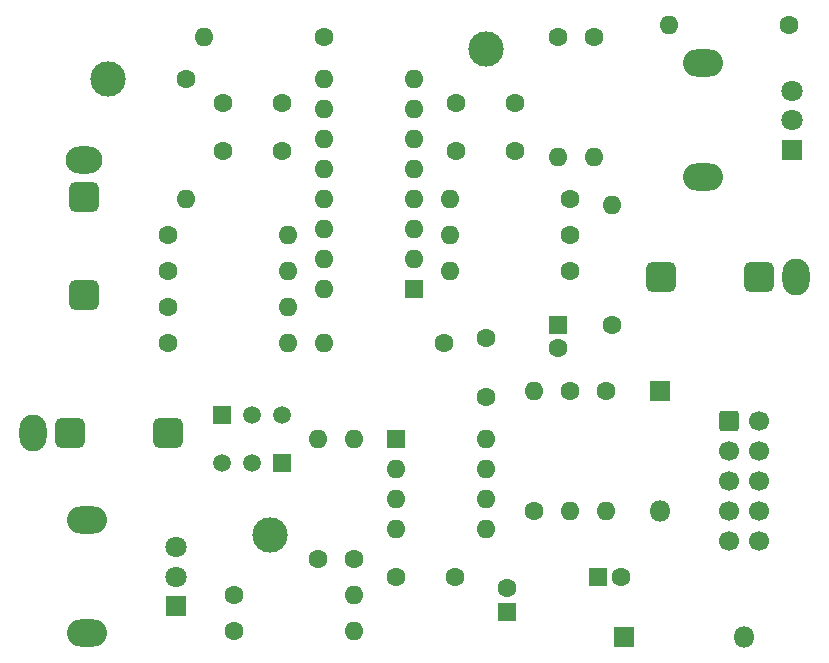
<source format=gts>
%TF.GenerationSoftware,KiCad,Pcbnew,(6.0.0-0)*%
%TF.CreationDate,2022-05-15T09:39:36+01:00*%
%TF.ProjectId,example-lowpass-filter,6578616d-706c-4652-9d6c-6f7770617373,r01*%
%TF.SameCoordinates,Original*%
%TF.FileFunction,Soldermask,Top*%
%TF.FilePolarity,Negative*%
%FSLAX46Y46*%
G04 Gerber Fmt 4.6, Leading zero omitted, Abs format (unit mm)*
G04 Created by KiCad (PCBNEW (6.0.0-0)) date 2022-05-15 09:39:36*
%MOMM*%
%LPD*%
G01*
G04 APERTURE LIST*
G04 Aperture macros list*
%AMRoundRect*
0 Rectangle with rounded corners*
0 $1 Rounding radius*
0 $2 $3 $4 $5 $6 $7 $8 $9 X,Y pos of 4 corners*
0 Add a 4 corners polygon primitive as box body*
4,1,4,$2,$3,$4,$5,$6,$7,$8,$9,$2,$3,0*
0 Add four circle primitives for the rounded corners*
1,1,$1+$1,$2,$3*
1,1,$1+$1,$4,$5*
1,1,$1+$1,$6,$7*
1,1,$1+$1,$8,$9*
0 Add four rect primitives between the rounded corners*
20,1,$1+$1,$2,$3,$4,$5,0*
20,1,$1+$1,$4,$5,$6,$7,0*
20,1,$1+$1,$6,$7,$8,$9,0*
20,1,$1+$1,$8,$9,$2,$3,0*%
G04 Aperture macros list end*
%ADD10O,3.400000X2.300000*%
%ADD11R,1.800000X1.800000*%
%ADD12C,1.800000*%
%ADD13C,1.600000*%
%ADD14O,1.600000X1.600000*%
%ADD15O,2.300000X3.100000*%
%ADD16RoundRect,0.650000X-0.650000X0.650000X-0.650000X-0.650000X0.650000X-0.650000X0.650000X0.650000X0*%
%ADD17RoundRect,0.650000X0.650000X-0.650000X0.650000X0.650000X-0.650000X0.650000X-0.650000X-0.650000X0*%
%ADD18R,1.600000X1.600000*%
%ADD19O,3.100000X2.300000*%
%ADD20RoundRect,0.650000X0.650000X0.650000X-0.650000X0.650000X-0.650000X-0.650000X0.650000X-0.650000X0*%
%ADD21R,1.500000X1.500000*%
%ADD22C,1.500000*%
%ADD23C,3.000000*%
%ADD24O,1.800000X1.800000*%
%ADD25RoundRect,0.250000X-0.600000X-0.600000X0.600000X-0.600000X0.600000X0.600000X-0.600000X0.600000X0*%
%ADD26C,1.700000*%
G04 APERTURE END LIST*
D10*
%TO.C,RV2*%
X152012000Y-64196000D03*
X152012000Y-54596000D03*
D11*
X159512000Y-61896000D03*
D12*
X159512000Y-59396000D03*
X159512000Y-56896000D03*
%TD*%
D13*
%TO.C,R21*%
X159258000Y-51308000D03*
D14*
X149098000Y-51308000D03*
%TD*%
D13*
%TO.C,R20*%
X144272000Y-76708000D03*
D14*
X144272000Y-66548000D03*
%TD*%
D15*
%TO.C,J2*%
X95280000Y-85852000D03*
D16*
X106680000Y-85852000D03*
X98380000Y-85852000D03*
%TD*%
D13*
%TO.C,R13*%
X140716000Y-72136000D03*
D14*
X130556000Y-72136000D03*
%TD*%
D15*
%TO.C,J4*%
X159818000Y-72644000D03*
D17*
X148418000Y-72644000D03*
X156718000Y-72644000D03*
%TD*%
D18*
%TO.C,C4*%
X135382000Y-101031113D03*
D13*
X135382000Y-99031113D03*
%TD*%
D19*
%TO.C,J1*%
X99568000Y-62768000D03*
D20*
X99568000Y-74168000D03*
X99568000Y-65868000D03*
%TD*%
D18*
%TO.C,C3*%
X139700000Y-76708000D03*
D13*
X139700000Y-78708000D03*
%TD*%
%TO.C,R14*%
X140716000Y-69088000D03*
D14*
X130556000Y-69088000D03*
%TD*%
D13*
%TO.C,R3*%
X106680000Y-72136000D03*
D14*
X116840000Y-72136000D03*
%TD*%
D13*
%TO.C,R9*%
X130048000Y-78232000D03*
D14*
X119888000Y-78232000D03*
%TD*%
D13*
%TO.C,R17*%
X137668000Y-92456000D03*
D14*
X137668000Y-82296000D03*
%TD*%
D13*
%TO.C,R11*%
X106680000Y-78232000D03*
D14*
X116840000Y-78232000D03*
%TD*%
D13*
%TO.C,C8*%
X125984000Y-98044000D03*
X130984000Y-98044000D03*
%TD*%
D21*
%TO.C,Q1*%
X111252000Y-84328000D03*
D22*
X113792000Y-84328000D03*
X116332000Y-84328000D03*
%TD*%
D23*
%TO.C,TP1*%
X101600000Y-55880000D03*
%TD*%
D10*
%TO.C,RV1*%
X99825000Y-93244000D03*
X99825000Y-102844000D03*
D11*
X107325000Y-100544000D03*
D12*
X107325000Y-98044000D03*
X107325000Y-95544000D03*
%TD*%
D13*
%TO.C,R7*%
X108204000Y-55880000D03*
D14*
X108204000Y-66040000D03*
%TD*%
D13*
%TO.C,R15*%
X139700000Y-52324000D03*
D14*
X139700000Y-62484000D03*
%TD*%
D13*
%TO.C,R4*%
X112268000Y-102616000D03*
D14*
X122428000Y-102616000D03*
%TD*%
D21*
%TO.C,Q2*%
X116332000Y-88392000D03*
D22*
X113792000Y-88392000D03*
X111252000Y-88392000D03*
%TD*%
D11*
%TO.C,D2*%
X148336000Y-82296000D03*
D24*
X148336000Y-92456000D03*
%TD*%
D23*
%TO.C,TP3*%
X133604000Y-53340000D03*
%TD*%
D13*
%TO.C,C7*%
X136064000Y-61976000D03*
X131064000Y-61976000D03*
%TD*%
%TO.C,C1*%
X116332000Y-57912000D03*
X111332000Y-57912000D03*
%TD*%
%TO.C,R6*%
X122428000Y-96520000D03*
D14*
X122428000Y-86360000D03*
%TD*%
D13*
%TO.C,R8*%
X119380000Y-96520000D03*
D14*
X119380000Y-86360000D03*
%TD*%
D13*
%TO.C,R2*%
X112268000Y-99568000D03*
D14*
X122428000Y-99568000D03*
%TD*%
D18*
%TO.C,U1*%
X127508000Y-73660000D03*
D14*
X127508000Y-71120000D03*
X127508000Y-68580000D03*
X127508000Y-66040000D03*
X127508000Y-63500000D03*
X127508000Y-60960000D03*
X127508000Y-58420000D03*
X127508000Y-55880000D03*
X119888000Y-55880000D03*
X119888000Y-58420000D03*
X119888000Y-60960000D03*
X119888000Y-63500000D03*
X119888000Y-66040000D03*
X119888000Y-68580000D03*
X119888000Y-71120000D03*
X119888000Y-73660000D03*
%TD*%
D13*
%TO.C,C9*%
X133604000Y-77804000D03*
X133604000Y-82804000D03*
%TD*%
%TO.C,R10*%
X119888000Y-52324000D03*
D14*
X109728000Y-52324000D03*
%TD*%
D25*
%TO.C,J3*%
X154178000Y-84836000D03*
D26*
X156718000Y-84836000D03*
X154178000Y-87376000D03*
X156718000Y-87376000D03*
X154178000Y-89916000D03*
X156718000Y-89916000D03*
X154178000Y-92456000D03*
X156718000Y-92456000D03*
X154178000Y-94996000D03*
X156718000Y-94996000D03*
%TD*%
D11*
%TO.C,D1*%
X145288000Y-103124000D03*
D24*
X155448000Y-103124000D03*
%TD*%
D13*
%TO.C,C2*%
X131064000Y-57912000D03*
X136064000Y-57912000D03*
%TD*%
D23*
%TO.C,TP2*%
X115316000Y-94488000D03*
%TD*%
D13*
%TO.C,R1*%
X106680000Y-75184000D03*
D14*
X116840000Y-75184000D03*
%TD*%
D13*
%TO.C,R16*%
X140716000Y-66040000D03*
D14*
X130556000Y-66040000D03*
%TD*%
D13*
%TO.C,R12*%
X142748000Y-52324000D03*
D14*
X142748000Y-62484000D03*
%TD*%
D13*
%TO.C,C6*%
X116332000Y-61976000D03*
X111332000Y-61976000D03*
%TD*%
%TO.C,R18*%
X140716000Y-82296000D03*
D14*
X140716000Y-92456000D03*
%TD*%
D13*
%TO.C,R19*%
X143764000Y-82296000D03*
D14*
X143764000Y-92456000D03*
%TD*%
D13*
%TO.C,R5*%
X106680000Y-69088000D03*
D14*
X116840000Y-69088000D03*
%TD*%
D18*
%TO.C,C5*%
X143062888Y-98044000D03*
D13*
X145062888Y-98044000D03*
%TD*%
D18*
%TO.C,U2*%
X125984000Y-86360000D03*
D14*
X125984000Y-88900000D03*
X125984000Y-91440000D03*
X125984000Y-93980000D03*
X133604000Y-93980000D03*
X133604000Y-91440000D03*
X133604000Y-88900000D03*
X133604000Y-86360000D03*
%TD*%
M02*

</source>
